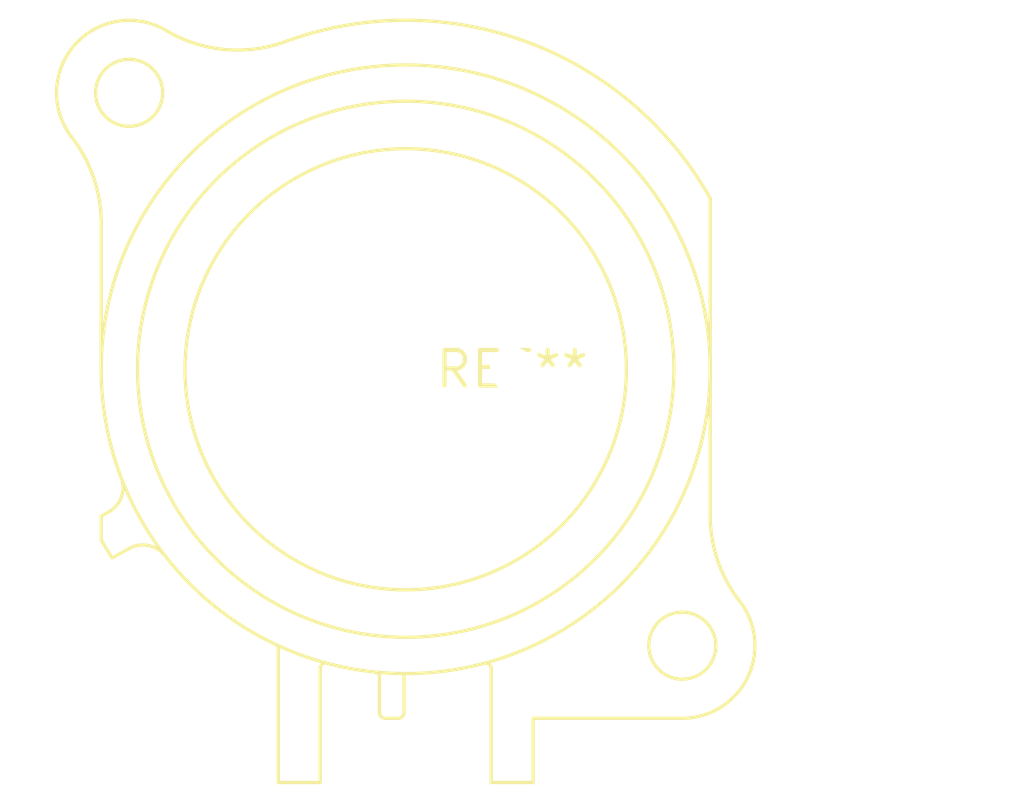
<source format=kicad_pcb>
(kicad_pcb (version 20240108) (generator pcbnew)
  (layers (0 "F.Cu" signal) (31 "B.Cu" signal) (34 "B.Paste" user) (35 "F.Paste" user) (36 "B.SilkS" user "B.Silkscreen") (37 "F.SilkS" user "F.Silkscreen") (38 "B.Mask" user) (39 "F.Mask" user) (44 "Edge.Cuts" user))
  (net 0 "")
  (footprint "Jack_XLR_Neutrik_NC3FAAV-0_Vertical" (layer "F.Cu") (at 0 0)
    (property "Reference" "REF**")
    (property "Value" "Jack_XLR_Neutrik_NC3FAAV-0_Vertical")
    (fp_line (start -14.71 0) (end -14.71 -5.24) (layer "F.SilkS") (stroke (width 0.12)))
    (fp_line (start -14.71 5.26) (end -14.44 5.11) (layer "F.SilkS") (stroke (width 0.12)))
    (fp_line (start -14.71 6.12) (end -14.71 5.26) (layer "F.SilkS") (stroke (width 0.12)))
    (fp_line (start -14.32 6.76) (end -14.71 6.12) (layer "F.SilkS") (stroke (width 0.12)))
    (fp_line (start -13.71 6.42) (end -14.32 6.76) (layer "F.SilkS") (stroke (width 0.12)))
    (fp_line (start -8.37 10.03) (end -8.37 14.8) (layer "F.SilkS") (stroke (width 0.12)))
    (fp_line (start -6.87 14.8) (end -8.37 14.8) (layer "F.SilkS") (stroke (width 0.12)))
    (fp_line (start -6.87 14.8) (end -6.87 10.73) (layer "F.SilkS") (stroke (width 0.12)))
    (fp_line (start -4.75 11.04) (end -4.75 12.3) (layer "F.SilkS") (stroke (width 0.12)))
    (fp_line (start -4.07 12.5) (end -4.55 12.5) (layer "F.SilkS") (stroke (width 0.12)))
    (fp_line (start -3.87 10.9) (end -3.87 12.3) (layer "F.SilkS") (stroke (width 0.12)))
    (fp_line (start -0.75 10.73) (end -0.75 10.73) (layer "F.SilkS") (stroke (width 0.12)))
    (fp_line (start -0.75 14.8) (end -0.75 10.73) (layer "F.SilkS") (stroke (width 0.12)))
    (fp_line (start 0.75 12.5) (end 6.09 12.5) (layer "F.SilkS") (stroke (width 0.12)))
    (fp_line (start 0.75 14.8) (end -0.75 14.8) (layer "F.SilkS") (stroke (width 0.12)))
    (fp_line (start 0.75 14.8) (end 0.75 12.5) (layer "F.SilkS") (stroke (width 0.12)))
    (fp_line (start 7.09 5.24) (end 7.09 -6.12) (layer "F.SilkS") (stroke (width 0.12)))
    (fp_arc (start -15.766689 -8.317569) (mid -14.98153 -6.866962) (end -14.71 -5.24) (layer "F.SilkS") (stroke (width 0.12)))
    (fp_arc (start -15.761979 -8.309032) (mid -15.65429 -11.620911) (end -12.38 -12.13) (layer "F.SilkS") (stroke (width 0.12)))
    (fp_arc (start -13.969214 3.951372) (mid -13.999461 4.614043) (end -14.44 5.11) (layer "F.SilkS") (stroke (width 0.12)))
    (fp_arc (start -13.71 6.42) (mid -13.01025 6.315915) (end -12.412202 6.693832) (layer "F.SilkS") (stroke (width 0.12)))
    (fp_arc (start -8.436364 9.870864) (mid -8.385177 9.942924) (end -8.37 10.03) (layer "F.SilkS") (stroke (width 0.12)))
    (fp_arc (start -8.12905 -11.730738) (mid 0.51404 -11.7289) (end 7.09 -6.12) (layer "F.SilkS") (stroke (width 0.12)))
    (fp_arc (start -8.118081 -11.733841) (mid -10.293498 -11.453642) (end -12.38 -12.13) (layer "F.SilkS") (stroke (width 0.12)))
    (fp_arc (start -6.87 10.73) (mid -6.814828 10.588126) (end -6.678303 10.520799) (layer "F.SilkS") (stroke (width 0.12)))
    (fp_arc (start -4.908418 10.84437) (mid -4.794571 10.914136) (end -4.75 11.04) (layer "F.SilkS") (stroke (width 0.12)))
    (fp_arc (start -4.55 12.5) (mid -4.691421 12.441421) (end -4.75 12.3) (layer "F.SilkS") (stroke (width 0.12)))
    (fp_arc (start -3.87 12.3) (mid -3.928579 12.441421) (end -4.07 12.5) (layer "F.SilkS") (stroke (width 0.12)))
    (fp_arc (start -0.949009 10.520288) (mid -0.807671 10.585446) (end -0.75 10.73) (layer "F.SilkS") (stroke (width 0.12)))
    (fp_arc (start 8.141619 8.302858) (mid 8.42587 11.041804) (end 6.09 12.5) (layer "F.SilkS") (stroke (width 0.12)))
    (fp_arc (start 8.14247 8.305283) (mid 7.360446 6.860467) (end 7.09 5.24) (layer "F.SilkS") (stroke (width 0.12)))
    (fp_circle (center -13.71 -9.9) (end -12.51 -9.9) (layer "F.SilkS") (stroke (width 0.12)) (fill none))
    (fp_circle (center -3.81 0) (end 4.09 0) (layer "F.SilkS") (stroke (width 0.12)) (fill none))
    (fp_circle (center -3.81 0) (end 5.79 0) (layer "F.SilkS") (stroke (width 0.12)) (fill none))
    (fp_circle (center -3.81 0) (end 7.09 0) (layer "F.SilkS") (stroke (width 0.12)) (fill none))
    (fp_circle (center 6.09 9.9) (end 7.29 9.9) (layer "F.SilkS") (stroke (width 0.12)) (fill none))
    (pad "1" thru_hole circle (at 0 0) (size 3.4 3.4) (drill 1.6) (layers *.Cu *.Mask) (remove_unused_layers))
    (pad "2" thru_hole circle (at -7.62 0) (size 3.4 3.4) (drill 1.6) (layers *.Cu *.Mask) (remove_unused_layers))
    (pad "3" thru_hole circle (at -3.81 4.45) (size 2.9 2.9) (drill 1.2) (layers *.Cu *.Mask) (remove_unused_layers))
  )
)
</source>
